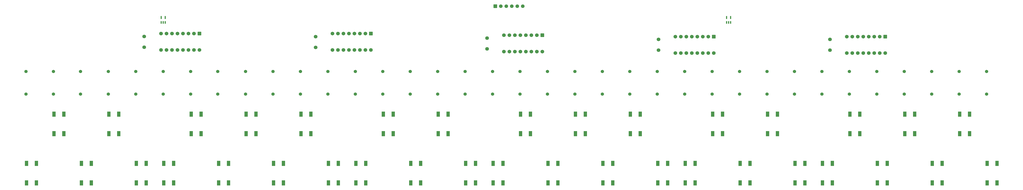
<source format=gts>
G04 Layer: TopSolderMaskLayer*
G04 EasyEDA v6.5.40, 2024-07-22 23:31:44*
G04 cb6e2e9fbd21486d88ae5690d2d3dc00,10*
G04 Gerber Generator version 0.2*
G04 Scale: 100 percent, Rotated: No, Reflected: No *
G04 Dimensions in millimeters *
G04 leading zeros omitted , absolute positions ,4 integer and 5 decimal *
%FSLAX45Y45*%
%MOMM*%

%AMMACRO1*1,1,$1,$2,$3*1,1,$1,$4,$5*1,1,$1,0-$2,0-$3*1,1,$1,0-$4,0-$5*20,1,$1,$2,$3,$4,$5,0*20,1,$1,$4,$5,0-$2,0-$3,0*20,1,$1,0-$2,0-$3,0-$4,0-$5,0*20,1,$1,0-$4,0-$5,$2,$3,0*4,1,4,$2,$3,$4,$5,0-$2,0-$3,0-$4,0-$5,$2,$3,0*%
%ADD10C,1.7000*%
%ADD11C,1.7016*%
%ADD12MACRO1,0.1016X0.8X0.8X0.8X-0.8*%
%ADD13MACRO1,0.1016X-0.245X0.5785X0.245X0.5785*%
%ADD14MACRO1,0.1016X-0.245X0.5875X0.245X0.5875*%
%ADD15C,1.6764*%
%ADD16MACRO1,0.1016X-0.7874X0.7874X0.7874X0.7874*%
%ADD17MACRO1,0.1016X0.75X1.15X0.75X-1.15*%
%ADD18C,1.5016*%
%ADD19C,0.0187*%

%LPD*%
D10*
G01*
X5981700Y4322013D03*
G01*
X5981700Y4822012D03*
G01*
X13914958Y4309313D03*
G01*
X13914958Y4809312D03*
G01*
X21848241Y4245813D03*
G01*
X21848241Y4745812D03*
G01*
X29781500Y4182313D03*
G01*
X29781500Y4682312D03*
G01*
X37714783Y4182313D03*
G01*
X37714783Y4682312D03*
D11*
G01*
X8538616Y4191000D03*
G01*
X8284616Y4191000D03*
G01*
X8030616Y4191000D03*
G01*
X7776616Y4191000D03*
G01*
X7522616Y4191000D03*
G01*
X7268616Y4191000D03*
G01*
X7014616Y4191000D03*
G01*
X6760616Y4191000D03*
G01*
X6760616Y4953000D03*
G01*
X7014616Y4953000D03*
G01*
X7268616Y4953000D03*
G01*
X7522616Y4953000D03*
G01*
X7776616Y4953000D03*
G01*
X8030616Y4953000D03*
G01*
X8284616Y4953000D03*
D12*
G01*
X8538634Y4952997D03*
D11*
G01*
X16471900Y4191000D03*
G01*
X16217900Y4191000D03*
G01*
X15963900Y4191000D03*
G01*
X15709900Y4191000D03*
G01*
X15455900Y4191000D03*
G01*
X15201900Y4191000D03*
G01*
X14947900Y4191000D03*
G01*
X14693900Y4191000D03*
G01*
X14693900Y4953000D03*
G01*
X14947900Y4953000D03*
G01*
X15201900Y4953000D03*
G01*
X15455900Y4953000D03*
G01*
X15709900Y4953000D03*
G01*
X15963900Y4953000D03*
G01*
X16217900Y4953000D03*
D12*
G01*
X16471902Y4952997D03*
D11*
G01*
X24405158Y4114800D03*
G01*
X24151158Y4114800D03*
G01*
X23897158Y4114800D03*
G01*
X23643158Y4114800D03*
G01*
X23389158Y4114800D03*
G01*
X23135158Y4114800D03*
G01*
X22881158Y4114800D03*
G01*
X22627158Y4114800D03*
G01*
X22627158Y4876800D03*
G01*
X22881158Y4876800D03*
G01*
X23135158Y4876800D03*
G01*
X23389158Y4876800D03*
G01*
X23643158Y4876800D03*
G01*
X23897158Y4876800D03*
G01*
X24151158Y4876800D03*
D12*
G01*
X24405170Y4876797D03*
D11*
G01*
X32338441Y4051300D03*
G01*
X32084441Y4051300D03*
G01*
X31830441Y4051300D03*
G01*
X31576441Y4051300D03*
G01*
X31322441Y4051300D03*
G01*
X31068441Y4051300D03*
G01*
X30814441Y4051300D03*
G01*
X30560441Y4051300D03*
G01*
X30560441Y4813300D03*
G01*
X30814441Y4813300D03*
G01*
X31068441Y4813300D03*
G01*
X31322441Y4813300D03*
G01*
X31576441Y4813300D03*
G01*
X31830441Y4813300D03*
G01*
X32084441Y4813300D03*
D12*
G01*
X32338439Y4813297D03*
D11*
G01*
X40271700Y4051300D03*
G01*
X40017700Y4051300D03*
G01*
X39763700Y4051300D03*
G01*
X39509700Y4051300D03*
G01*
X39255700Y4051300D03*
G01*
X39001700Y4051300D03*
G01*
X38747700Y4051300D03*
G01*
X38493700Y4051300D03*
G01*
X38493700Y4813300D03*
G01*
X38747700Y4813300D03*
G01*
X39001700Y4813300D03*
G01*
X39255700Y4813300D03*
G01*
X39509700Y4813300D03*
G01*
X39763700Y4813300D03*
G01*
X40017700Y4813300D03*
D12*
G01*
X40271707Y4813297D03*
D13*
G01*
X32925003Y5472633D03*
G01*
X33020000Y5472633D03*
G01*
X33114996Y5472633D03*
D14*
G01*
X33114996Y5703366D03*
G01*
X32925003Y5703366D03*
D13*
G01*
X6763003Y5472633D03*
G01*
X6858000Y5472633D03*
G01*
X6952996Y5472633D03*
D14*
G01*
X6952996Y5703366D03*
G01*
X6763003Y5703366D03*
D15*
G01*
X23495000Y6223000D03*
G01*
X23241000Y6223000D03*
G01*
X22987000Y6223000D03*
G01*
X22733000Y6223000D03*
G01*
X22479000Y6223000D03*
D16*
G01*
X22225000Y6223000D03*
D17*
G01*
X9877005Y-1069009D03*
G01*
X9876980Y-1978990D03*
G01*
X9426994Y-1069009D03*
G01*
X9426994Y-1978990D03*
G01*
X11147005Y1216990D03*
G01*
X11146980Y307009D03*
G01*
X10696994Y1216990D03*
G01*
X10696994Y307009D03*
G01*
X12417005Y-1069009D03*
G01*
X12416980Y-1978990D03*
G01*
X11966994Y-1069009D03*
G01*
X11966994Y-1978990D03*
G01*
X13687005Y1216990D03*
G01*
X13686980Y307009D03*
G01*
X13236994Y1216990D03*
G01*
X13236994Y307009D03*
G01*
X14957005Y-1069009D03*
G01*
X14956980Y-1978990D03*
G01*
X14506994Y-1069009D03*
G01*
X14506994Y-1978990D03*
G01*
X16227005Y-1069009D03*
G01*
X16226980Y-1978990D03*
G01*
X15776994Y-1069009D03*
G01*
X15776994Y-1978990D03*
G01*
X17497005Y1216990D03*
G01*
X17496980Y307009D03*
G01*
X17046994Y1216990D03*
G01*
X17046994Y307009D03*
G01*
X18767005Y-1069009D03*
G01*
X18766980Y-1978990D03*
G01*
X18316994Y-1069009D03*
G01*
X18316994Y-1978990D03*
G01*
X20037005Y1216990D03*
G01*
X20036980Y307009D03*
G01*
X19586994Y1216990D03*
G01*
X19586994Y307009D03*
G01*
X21307005Y-1069009D03*
G01*
X21306980Y-1978990D03*
G01*
X20856994Y-1069009D03*
G01*
X20856994Y-1978990D03*
G01*
X22577005Y-1069009D03*
G01*
X22576980Y-1978990D03*
G01*
X22126994Y-1069009D03*
G01*
X22126994Y-1978990D03*
G01*
X23847005Y1216990D03*
G01*
X23846980Y307009D03*
G01*
X23396994Y1216990D03*
G01*
X23396994Y307009D03*
G01*
X25117005Y-1069009D03*
G01*
X25116980Y-1978990D03*
G01*
X24666994Y-1069009D03*
G01*
X24666994Y-1978990D03*
G01*
X26387005Y1216990D03*
G01*
X26386980Y307009D03*
G01*
X25936994Y1216990D03*
G01*
X25936994Y307009D03*
G01*
X27657005Y-1069009D03*
G01*
X27656980Y-1978990D03*
G01*
X27206994Y-1069009D03*
G01*
X27206994Y-1978990D03*
G01*
X28927005Y1216990D03*
G01*
X28926980Y307009D03*
G01*
X28476994Y1216990D03*
G01*
X28476994Y307009D03*
G01*
X30197005Y-1069009D03*
G01*
X30196980Y-1978990D03*
G01*
X29746994Y-1069009D03*
G01*
X29746994Y-1978990D03*
G01*
X31467005Y-1069009D03*
G01*
X31466980Y-1978990D03*
G01*
X31016994Y-1069009D03*
G01*
X31016994Y-1978990D03*
G01*
X32737005Y1216990D03*
G01*
X32736980Y307009D03*
G01*
X32286994Y1216990D03*
G01*
X32286994Y307009D03*
G01*
X34007005Y-1069009D03*
G01*
X34006980Y-1978990D03*
G01*
X33556994Y-1069009D03*
G01*
X33556994Y-1978990D03*
G01*
X35277005Y1216990D03*
G01*
X35276980Y307009D03*
G01*
X34826994Y1216990D03*
G01*
X34826994Y307009D03*
G01*
X36547005Y-1069009D03*
G01*
X36546980Y-1978990D03*
G01*
X36096994Y-1069009D03*
G01*
X36096994Y-1978990D03*
G01*
X37817005Y-1069009D03*
G01*
X37816980Y-1978990D03*
G01*
X37366994Y-1069009D03*
G01*
X37366994Y-1978990D03*
G01*
X39087005Y1216990D03*
G01*
X39086980Y307009D03*
G01*
X38636994Y1216990D03*
G01*
X38636994Y307009D03*
G01*
X40357005Y-1069009D03*
G01*
X40356980Y-1978990D03*
G01*
X39906994Y-1069009D03*
G01*
X39906994Y-1978990D03*
G01*
X41627005Y1216990D03*
G01*
X41626980Y307009D03*
G01*
X41176994Y1216990D03*
G01*
X41176994Y307009D03*
G01*
X42897005Y-1069009D03*
G01*
X42896980Y-1978990D03*
G01*
X42446994Y-1069009D03*
G01*
X42446994Y-1978990D03*
G01*
X44167005Y1216990D03*
G01*
X44166980Y307009D03*
G01*
X43716994Y1216990D03*
G01*
X43716994Y307009D03*
G01*
X45437005Y-1069009D03*
G01*
X45436980Y-1978990D03*
G01*
X44986994Y-1069009D03*
G01*
X44986994Y-1978990D03*
G01*
X987005Y-1069009D03*
G01*
X986980Y-1978990D03*
G01*
X536994Y-1069009D03*
G01*
X536994Y-1978990D03*
G01*
X2257005Y1216990D03*
G01*
X2256980Y307009D03*
G01*
X1806994Y1216990D03*
G01*
X1806994Y307009D03*
G01*
X3527005Y-1069009D03*
G01*
X3526980Y-1978990D03*
G01*
X3076994Y-1069009D03*
G01*
X3076994Y-1978990D03*
G01*
X4797005Y1216990D03*
G01*
X4796980Y307009D03*
G01*
X4346994Y1216990D03*
G01*
X4346994Y307009D03*
G01*
X6067005Y-1069009D03*
G01*
X6066980Y-1978990D03*
G01*
X5616994Y-1069009D03*
G01*
X5616994Y-1978990D03*
G01*
X7337005Y-1069009D03*
G01*
X7336980Y-1978990D03*
G01*
X6886994Y-1069009D03*
G01*
X6886994Y-1978990D03*
G01*
X8607005Y1216990D03*
G01*
X8606980Y307009D03*
G01*
X8156994Y1216990D03*
G01*
X8156994Y307009D03*
D18*
G01*
X8128000Y2142007D03*
G01*
X8128000Y3191992D03*
G01*
X6858000Y2142007D03*
G01*
X6858000Y3191992D03*
G01*
X5588000Y2142007D03*
G01*
X5588000Y3191992D03*
G01*
X4318000Y2142007D03*
G01*
X4318000Y3191992D03*
G01*
X3035300Y2142007D03*
G01*
X3035300Y3191992D03*
G01*
X1778000Y2142007D03*
G01*
X1778000Y3191992D03*
G01*
X508000Y2142007D03*
G01*
X508000Y3191992D03*
G01*
X9385300Y2142007D03*
G01*
X9385300Y3191992D03*
G01*
X10668000Y2142007D03*
G01*
X10668000Y3191992D03*
G01*
X11938000Y2142007D03*
G01*
X11938000Y3191992D03*
G01*
X13208000Y2142007D03*
G01*
X13208000Y3191992D03*
G01*
X14478000Y2142007D03*
G01*
X14478000Y3191992D03*
G01*
X15748000Y2142007D03*
G01*
X15748000Y3191992D03*
G01*
X17018000Y2142007D03*
G01*
X17018000Y3191992D03*
G01*
X18288000Y2142007D03*
G01*
X18288000Y3191992D03*
G01*
X19558000Y2142007D03*
G01*
X19558000Y3191992D03*
G01*
X20828000Y2142007D03*
G01*
X20828000Y3191992D03*
G01*
X22098000Y2142007D03*
G01*
X22098000Y3191992D03*
G01*
X23368000Y2142007D03*
G01*
X23368000Y3191992D03*
G01*
X24638000Y2142007D03*
G01*
X24638000Y3191992D03*
G01*
X25908000Y2142007D03*
G01*
X25908000Y3191992D03*
G01*
X27178000Y2142007D03*
G01*
X27178000Y3191992D03*
G01*
X28448000Y2142007D03*
G01*
X28448000Y3191992D03*
G01*
X29718000Y2142007D03*
G01*
X29718000Y3191992D03*
G01*
X30988000Y2142007D03*
G01*
X30988000Y3191992D03*
G01*
X32258000Y2142007D03*
G01*
X32258000Y3191992D03*
G01*
X33528000Y2142007D03*
G01*
X33528000Y3191992D03*
G01*
X34798000Y2142007D03*
G01*
X34798000Y3191992D03*
G01*
X36068000Y2142007D03*
G01*
X36068000Y3191992D03*
G01*
X37338000Y2142007D03*
G01*
X37338000Y3191992D03*
G01*
X38608000Y2142007D03*
G01*
X38608000Y3191992D03*
G01*
X39878000Y2142007D03*
G01*
X39878000Y3191992D03*
G01*
X41148000Y2142007D03*
G01*
X41148000Y3191992D03*
G01*
X42418000Y2142007D03*
G01*
X42418000Y3191992D03*
G01*
X43688000Y2142007D03*
G01*
X43688000Y3191992D03*
G01*
X44958000Y2142007D03*
G01*
X44958000Y3191992D03*
M02*

</source>
